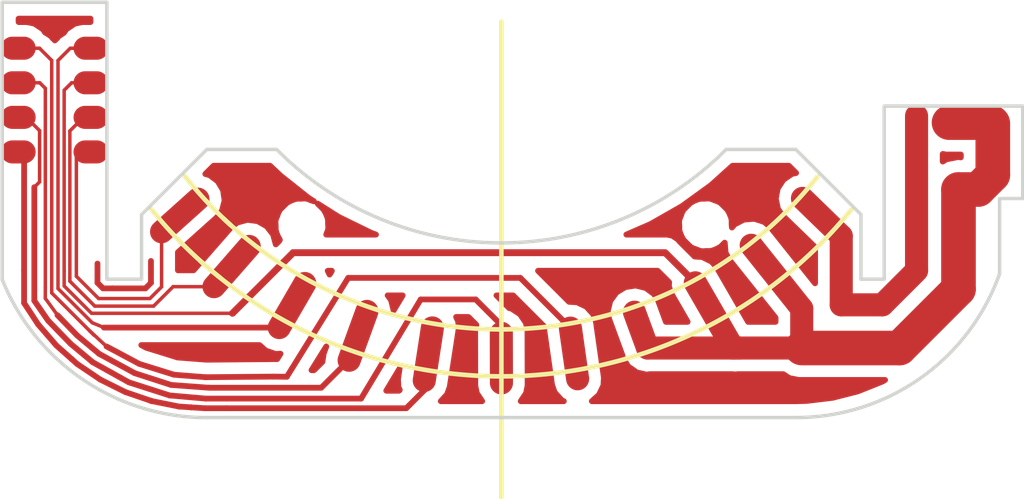
<source format=kicad_pcb>
(kicad_pcb (version 20171130) (host pcbnew "(5.0.0)")

  (general
    (thickness 1.6)
    (drawings 25)
    (tracks 147)
    (zones 0)
    (modules 2)
    (nets 1)
  )

  (page A4)
  (layers
    (0 F.Cu signal)
    (31 B.Cu signal hide)
    (32 B.Adhes user hide)
    (33 F.Adhes user)
    (34 B.Paste user)
    (35 F.Paste user)
    (36 B.SilkS user hide)
    (37 F.SilkS user)
    (38 B.Mask user)
    (39 F.Mask user)
    (40 Dwgs.User user)
    (41 Cmts.User user)
    (42 Eco1.User user)
    (43 Eco2.User user)
    (44 Edge.Cuts user)
    (45 Margin user)
    (46 B.CrtYd user)
    (47 F.CrtYd user)
    (48 B.Fab user)
    (49 F.Fab user)
  )

  (setup
    (last_trace_width 0.25)
    (trace_clearance 0.2)
    (zone_clearance 0.508)
    (zone_45_only no)
    (trace_min 0.2)
    (segment_width 0.2)
    (edge_width 0.15)
    (via_size 0.8)
    (via_drill 0.4)
    (via_min_size 0.4)
    (via_min_drill 0.3)
    (uvia_size 0.3)
    (uvia_drill 0.1)
    (uvias_allowed no)
    (uvia_min_size 0.2)
    (uvia_min_drill 0.1)
    (pcb_text_width 0.3)
    (pcb_text_size 1.5 1.5)
    (mod_edge_width 0.15)
    (mod_text_size 1 1)
    (mod_text_width 0.15)
    (pad_size 1 1)
    (pad_drill 1)
    (pad_to_mask_clearance 0.2)
    (aux_axis_origin 0 0)
    (visible_elements 7FFFFFFF)
    (pcbplotparams
      (layerselection 0x011aa_7fffffff)
      (usegerberextensions false)
      (usegerberattributes false)
      (usegerberadvancedattributes false)
      (creategerberjobfile false)
      (excludeedgelayer true)
      (linewidth 0.100000)
      (plotframeref false)
      (viasonmask false)
      (mode 1)
      (useauxorigin false)
      (hpglpennumber 1)
      (hpglpenspeed 20)
      (hpglpendiameter 15.000000)
      (psnegative false)
      (psa4output false)
      (plotreference true)
      (plotvalue true)
      (plotinvisibletext false)
      (padsonsilk false)
      (subtractmaskfromsilk false)
      (outputformat 1)
      (mirror false)
      (drillshape 0)
      (scaleselection 1)
      (outputdirectory ""))
  )

  (net 0 "")

  (net_class Default "This is the default net class."
    (clearance 0.2)
    (trace_width 0.25)
    (via_dia 0.8)
    (via_drill 0.4)
    (uvia_dia 0.3)
    (uvia_drill 0.1)
  )

  (module MountingHole:MountingHole_2.2mm_M2 (layer F.Cu) (tedit 5CEE0C5A) (tstamp 5CFB6647)
    (at 103.52 83.9597)
    (descr "Mounting Hole 2.2mm, no annular, M2")
    (tags "mounting hole 2.2mm no annular m2")
    (attr virtual)
    (fp_text reference REF** (at 0 -3.2) (layer F.SilkS) hide
      (effects (font (size 1 1) (thickness 0.15)))
    )
    (fp_text value MountingHole_2.2mm_M2 (at 0 3.2) (layer F.Fab)
      (effects (font (size 1 1) (thickness 0.15)))
    )
    (fp_circle (center 0 0) (end 2.45 0) (layer F.CrtYd) (width 0.05))
    (fp_circle (center 0 0) (end 2.2 0) (layer Cmts.User) (width 0.15))
    (fp_text user %R (at 0.3 0) (layer F.Fab)
      (effects (font (size 1 1) (thickness 0.15)))
    )
    (pad "" np_thru_hole circle (at 0 0) (size 1 1) (drill 1) (layers *.Cu *.Mask))
  )

  (module MountingHole:MountingHole_2.2mm_M2 (layer F.Cu) (tedit 5CEE0AE2) (tstamp 5CFB65BD)
    (at 121 83.9597)
    (descr "Mounting Hole 2.2mm, no annular, M2")
    (tags "mounting hole 2.2mm no annular m2")
    (attr virtual)
    (fp_text reference REF** (at 0 -3.2) (layer F.SilkS) hide
      (effects (font (size 1 1) (thickness 0.15)))
    )
    (fp_text value MountingHole_2.2mm_M2 (at 0 3.2) (layer F.Fab)
      (effects (font (size 1 1) (thickness 0.15)))
    )
    (fp_circle (center 0 0) (end 2.45 0) (layer F.CrtYd) (width 0.05))
    (fp_circle (center 0 0) (end 2.2 0) (layer Cmts.User) (width 0.15))
    (fp_text user %R (at 0.3 0) (layer F.Fab)
      (effects (font (size 1 1) (thickness 0.15)))
    )
    (pad "" np_thru_hole circle (at 0 0) (size 1 1) (drill 1) (layers *.Cu *.Mask))
  )

  (gr_line (start 112.16132 75.14336) (end 112.16132 95.76054) (layer F.SilkS) (width 0.2))
  (gr_arc (start 112.16132 71.02602) (end 100.12934 83.68538) (angle -95.13071219) (layer F.SilkS) (width 0.2))
  (gr_arc (start 112.16132 71.02602) (end 99.13366 85.53704) (angle -92.82796184) (layer F.SilkS) (width 0.2))
  (gr_arc (start 112.16132 71.02602) (end 96.99752 83.28152) (angle -12.41379183) (layer F.SilkS) (width 0.2))
  (gr_arc (start 112.16132 71.02602) (end 98.4504 81.84642) (angle -9.475943669) (layer F.SilkS) (width 0.2))
  (gr_arc (start 99.40544 82.76324) (end 99.40544 92.3163) (angle 68.07617332) (layer Edge.Cuts) (width 0.15))
  (gr_arc (start 124.91974 82.96128) (end 124.91974 92.31376) (angle -70.58987411) (layer Edge.Cuts) (width 0.15))
  (gr_line (start 124.9029 92.31428) (end 99.4029 92.31428) (layer Edge.Cuts) (width 0.15))
  (gr_line (start 133.73938 82.8167) (end 133.73938 86.0667) (layer Edge.Cuts) (width 0.15))
  (gr_line (start 134.73938 82.8167) (end 133.73938 82.8167) (layer Edge.Cuts) (width 0.15))
  (gr_line (start 134.73938 78.81366) (end 134.73938 82.81366) (layer Edge.Cuts) (width 0.15))
  (gr_line (start 128.7399 78.81112) (end 134.7399 78.81112) (layer Edge.Cuts) (width 0.15))
  (gr_line (start 128.7399 86.31428) (end 128.7399 78.81428) (layer Edge.Cuts) (width 0.15))
  (gr_line (start 127.73406 86.31428) (end 128.73406 86.31428) (layer Edge.Cuts) (width 0.15))
  (gr_line (start 127.73406 83.5152) (end 127.73406 86.3152) (layer Edge.Cuts) (width 0.15))
  (gr_line (start 96.577907 83.513173) (end 99.404198 80.686882) (layer Edge.Cuts) (width 0.15))
  (gr_line (start 124.90704 80.68818) (end 127.732792 83.513932) (layer Edge.Cuts) (width 0.15))
  (gr_arc (start 112.16132 71.02602) (end 102.42296 80.68564) (angle -90.44267412) (layer Edge.Cuts) (width 0.15))
  (gr_line (start 121.9029 80.68818) (end 124.9029 80.68818) (layer Edge.Cuts) (width 0.15))
  (gr_line (start 99.4029 80.68818) (end 102.4029 80.68818) (layer Edge.Cuts) (width 0.15))
  (gr_line (start 96.57842 86.31428) (end 96.57842 83.51428) (layer Edge.Cuts) (width 0.15))
  (gr_line (start 95.07842 86.31428) (end 96.57842 86.31428) (layer Edge.Cuts) (width 0.15))
  (gr_line (start 90.5437 86.31024) (end 90.5437 74.31024) (layer Edge.Cuts) (width 0.15))
  (gr_line (start 95.07458 74.31278) (end 95.07458 86.31278) (layer Edge.Cuts) (width 0.15))
  (gr_line (start 90.54388 74.31024) (end 95.06388 74.31024) (layer Edge.Cuts) (width 0.15))

  (segment (start 130.14452 85.94344) (end 128.66116 87.4268) (width 1) (layer F.Cu) (net 0))
  (segment (start 126.88062 87.4268) (end 126.88062 84.4423) (width 1) (layer F.Cu) (net 0))
  (segment (start 128.66116 87.4268) (end 126.88062 87.4268) (width 1) (layer F.Cu) (net 0))
  (segment (start 129.40792 89.29878) (end 131.95808 86.74862) (width 1.5) (layer F.Cu) (net 0))
  (segment (start 131.95808 86.74862) (end 131.95808 82.42554) (width 1.5) (layer F.Cu) (net 0))
  (segment (start 131.95808 82.42554) (end 131.95808 82.423) (width 0.25) (layer F.Cu) (net 0))
  (segment (start 131.95808 82.42554) (end 132.81152 82.42554) (width 1.5) (layer F.Cu) (net 0))
  (segment (start 132.81152 82.42554) (end 133.44398 81.79308) (width 1.5) (layer F.Cu) (net 0))
  (segment (start 125.16866 89.29878) (end 125.16866 87.58936) (width 1) (layer F.Cu) (net 0) (tstamp 5CEDFF42))
  (segment (start 125.16866 87.58936) (end 122.98172 84.84362) (width 1) (layer F.Cu) (net 0) (tstamp 5CEE029A))
  (segment (start 125.16866 89.29878) (end 122.19178 89.29878) (width 1) (layer F.Cu) (net 0) (tstamp 5CEDFF46))
  (segment (start 122.19178 89.29878) (end 122.190084 89.29878) (width 1) (layer F.Cu) (net 0) (tstamp 5CEE0295))
  (segment (start 122.190084 89.29878) (end 122.47372 89.29878) (width 1) (layer F.Cu) (net 0) (tstamp 5CEDFF6A))
  (segment (start 133.44398 81.79308) (end 133.44398 79.55788) (width 1.5) (layer F.Cu) (net 0))
  (segment (start 133.41858 79.5274) (end 131.54914 79.5274) (width 1.5) (layer F.Cu) (net 0))
  (segment (start 130.14198 85.87994) (end 130.14198 79.2353) (width 1) (layer F.Cu) (net 0))
  (segment (start 129.40792 89.29878) (end 125.16866 89.29878) (width 1.5) (layer F.Cu) (net 0))
  (segment (start 126.88062 84.4423) (end 125.20168 82.81162) (width 1) (layer F.Cu) (net 0) (tstamp 5CEE029D))
  (segment (start 122.19178 89.29878) (end 120.5611 86.47176) (width 1) (layer F.Cu) (net 0) (tstamp 5CEE02C2))
  (segment (start 122.19178 89.29878) (end 118.49354 89.29878) (width 1) (layer F.Cu) (net 0))
  (segment (start 118.49354 89.29878) (end 117.92458 87.7443) (width 1) (layer F.Cu) (net 0) (tstamp 5CEE02D7))
  (segment (start 101.23932 84.89442) (end 99.71532 86.6394) (width 1) (layer F.Cu) (net 0) (tstamp 5CEE034C))
  (segment (start 103.64724 86.50224) (end 102.5398 88.41232) (width 1) (layer F.Cu) (net 0) (tstamp 5CEE0352))
  (segment (start 102.5398 88.41232) (end 102.53218 88.41232) (width 0.25) (layer F.Cu) (net 0))
  (segment (start 94.44228 88.20404) (end 92.96146 86.72322) (width 0.15) (layer F.Cu) (net 0))
  (segment (start 106.3371 87.71128) (end 105.56748 89.82964) (width 1) (layer F.Cu) (net 0) (tstamp 5CEE0355))
  (segment (start 92.9386 87.87638) (end 92.40774 87.14486) (width 0.15) (layer F.Cu) (net 0) (tstamp 5CEE05FE))
  (segment (start 93.79458 88.7603) (end 92.9386 87.87638) (width 0.25) (layer F.Cu) (net 0) (tstamp 5CEE05FD))
  (segment (start 94.74454 89.55278) (end 93.79458 88.7603) (width 0.25) (layer F.Cu) (net 0) (tstamp 5CEE05FC))
  (segment (start 96.28632 90.39098) (end 94.74454 89.55278) (width 0.25) (layer F.Cu) (net 0) (tstamp 5CEE05FA))
  (segment (start 97.85604 90.89898) (end 96.28632 90.39098) (width 0.25) (layer F.Cu) (net 0) (tstamp 5CEE05F8))
  (segment (start 99.50196 91.0209) (end 97.85604 90.89898) (width 0.25) (layer F.Cu) (net 0) (tstamp 5CEE05F7))
  (segment (start 105.56748 89.82964) (end 105.5497 89.82964) (width 0.25) (layer F.Cu) (net 0))
  (segment (start 105.5497 89.82964) (end 104.35844 91.0209) (width 0.25) (layer F.Cu) (net 0))
  (segment (start 104.35844 91.0209) (end 99.50196 91.0209) (width 0.25) (layer F.Cu) (net 0))
  (segment (start 92.41028 78.0415) (end 92.41028 86.68004) (width 0.15) (layer F.Cu) (net 0))
  (segment (start 92.40774 87.14486) (end 92.41028 86.68004) (width 0.15) (layer F.Cu) (net 0) (tstamp 5CEE0604))
  (segment (start 91.4908 77.8002) (end 90.9828 77.8002) (width 1) (layer F.Cu) (net 0) (tstamp 5CEE03F4))
  (segment (start 92.16898 77.8002) (end 92.41028 78.0415) (width 0.15) (layer F.Cu) (net 0))
  (segment (start 91.4908 77.8002) (end 92.16898 77.8002) (width 0.15) (layer F.Cu) (net 0))
  (segment (start 112.16386 90.81262) (end 112.15878 88.6587) (width 1) (layer F.Cu) (net 0) (tstamp 5CEE037C))
  (segment (start 115.46332 90.63228) (end 115.1509 88.43518) (width 1) (layer F.Cu) (net 0) (tstamp 5CEE037F))
  (segment (start 95.06204 89.2302) (end 94.3356 88.55964) (width 0.15) (layer F.Cu) (net 0) (tstamp 5CEE0678))
  (segment (start 96.47428 89.98458) (end 95.06204 89.2302) (width 0.25) (layer F.Cu) (net 0) (tstamp 5CEE0676))
  (segment (start 97.98558 90.45702) (end 96.47428 89.98458) (width 0.25) (layer F.Cu) (net 0) (tstamp 5CEE0674))
  (segment (start 99.35464 90.5637) (end 97.98558 90.45702) (width 0.25) (layer F.Cu) (net 0) (tstamp 5CEE0672))
  (segment (start 102.30358 90.5383) (end 99.35464 90.5637) (width 0.25) (layer F.Cu) (net 0) (tstamp 5CEE0671))
  (segment (start 105.52684 86.2584) (end 103.0859 90.1954) (width 0.25) (layer F.Cu) (net 0) (tstamp 5CEE064E))
  (segment (start 112.98174 86.2584) (end 105.52684 86.2584) (width 0.25) (layer F.Cu) (net 0))
  (segment (start 115.1509 88.42756) (end 112.98174 86.2584) (width 0.25) (layer F.Cu) (net 0))
  (segment (start 115.1509 88.43518) (end 115.1509 88.42756) (width 0.25) (layer F.Cu) (net 0))
  (segment (start 103.0859 90.1954) (end 102.86746 90.54592) (width 0.25) (layer F.Cu) (net 0) (tstamp 5CEE065D))
  (segment (start 102.86746 90.54592) (end 102.30358 90.5383) (width 0.25) (layer F.Cu) (net 0) (tstamp 5CEE065E))
  (segment (start 109.17174 88.42756) (end 108.82122 90.70594) (width 1) (layer F.Cu) (net 0) (tstamp 5CEE0390))
  (segment (start 99.01936 82.84464) (end 97.44456 84.25942) (width 1) (layer F.Cu) (net 0) (tstamp 5CEE039E))
  (segment (start 96.98482 86.473579) (end 96.744109 86.71429) (width 0.25) (layer F.Cu) (net 0))
  (segment (start 96.98482 85.52434) (end 96.98482 86.473579) (width 0.25) (layer F.Cu) (net 0))
  (segment (start 96.744109 86.71429) (end 95.32112 86.71429) (width 0.25) (layer F.Cu) (net 0))
  (segment (start 94.910391 86.71429) (end 94.66834 86.472239) (width 0.25) (layer F.Cu) (net 0))
  (segment (start 95.32112 86.71429) (end 94.910391 86.71429) (width 0.25) (layer F.Cu) (net 0))
  (segment (start 94.66834 86.472239) (end 94.66834 85.63864) (width 0.25) (layer F.Cu) (net 0))
  (segment (start 97.44456 84.25942) (end 97.44456 86.64702) (width 0.15) (layer F.Cu) (net 0))
  (segment (start 97.44456 86.64702) (end 96.93656 87.15502) (width 0.15) (layer F.Cu) (net 0))
  (segment (start 96.93656 87.15502) (end 94.71914 87.15502) (width 0.15) (layer F.Cu) (net 0))
  (segment (start 94.6404 76.3016) (end 94.1324 76.3016) (width 1) (layer F.Cu) (net 0))
  (segment (start 94.6404 77.8002) (end 94.1324 77.8002) (width 1) (layer F.Cu) (net 0) (tstamp 5CEE03C4))
  (segment (start 94.6404 79.2988) (end 94.1324 79.2988) (width 1) (layer F.Cu) (net 0) (tstamp 5CEE03C6))
  (segment (start 94.6404 80.7974) (end 94.1324 80.7974) (width 1) (layer F.Cu) (net 0) (tstamp 5CEE03C8))
  (segment (start 91.4908 76.3016) (end 90.9828 76.3016) (width 1) (layer F.Cu) (net 0) (tstamp 5CEE03F2))
  (segment (start 91.4908 80.7974) (end 90.9828 80.7974) (width 1) (layer F.Cu) (net 0) (tstamp 5CEE03F3))
  (segment (start 91.4908 79.2988) (end 90.9828 79.2988) (width 1) (layer F.Cu) (net 0) (tstamp 5CEE03F5))
  (segment (start 94.1324 80.7974) (end 93.75394 80.7974) (width 0.25) (layer F.Cu) (net 0))
  (segment (start 93.75394 86.18982) (end 94.71914 87.15502) (width 0.15) (layer F.Cu) (net 0))
  (segment (start 93.75394 80.7974) (end 93.75394 86.18982) (width 0.15) (layer F.Cu) (net 0))
  (segment (start 94.1324 79.2988) (end 93.9546 79.2988) (width 0.25) (layer F.Cu) (net 0))
  (segment (start 93.22562 78.12278) (end 93.22562 85.95614) (width 0.15) (layer F.Cu) (net 0))
  (segment (start 91.4908 80.7974) (end 91.4908 85.93074) (width 0.25) (layer F.Cu) (net 0))
  (segment (start 91.4908 79.2988) (end 91.4908 79.64424) (width 0.25) (layer F.Cu) (net 0))
  (segment (start 94.1324 79.2988) (end 94.12732 79.2988) (width 0.25) (layer F.Cu) (net 0))
  (segment (start 94.1324 79.2988) (end 94.0562 79.2988) (width 0.25) (layer F.Cu) (net 0))
  (segment (start 93.5482 77.8002) (end 93.22562 78.12278) (width 0.15) (layer F.Cu) (net 0))
  (segment (start 94.1324 77.8002) (end 93.5482 77.8002) (width 0.15) (layer F.Cu) (net 0))
  (segment (start 91.4908 76.3016) (end 92.15628 76.3016) (width 0.15) (layer F.Cu) (net 0))
  (segment (start 93.48978 76.3016) (end 92.95892 76.83246) (width 0.15) (layer F.Cu) (net 0))
  (segment (start 94.1324 76.3016) (end 93.48978 76.3016) (width 0.15) (layer F.Cu) (net 0))
  (segment (start 92.15628 76.3016) (end 92.68714 76.83246) (width 0.15) (layer F.Cu) (net 0))
  (segment (start 91.58478 79.2988) (end 92.16136 79.87538) (width 0.15) (layer F.Cu) (net 0))
  (segment (start 91.4908 79.2988) (end 91.58478 79.2988) (width 0.25) (layer F.Cu) (net 0))
  (segment (start 94.06128 79.2988) (end 93.472 79.88808) (width 0.15) (layer F.Cu) (net 0))
  (segment (start 94.1324 79.2988) (end 94.06128 79.2988) (width 0.25) (layer F.Cu) (net 0))
  (segment (start 119.29364 85.2043) (end 120.5611 86.47176) (width 0.3) (layer F.Cu) (net 0))
  (segment (start 119.25554 85.1662) (end 119.29364 85.2043) (width 0.25) (layer F.Cu) (net 0))
  (segment (start 103.14178 85.1662) (end 119.25554 85.1662) (width 0.3) (layer F.Cu) (net 0))
  (segment (start 94.43974 87.79256) (end 100.38588 87.79256) (width 0.15) (layer F.Cu) (net 0))
  (segment (start 93.472 79.88808) (end 93.472 86.25586) (width 0.15) (layer F.Cu) (net 0))
  (segment (start 99.71532 86.6394) (end 97.9424 86.6394) (width 0.15) (layer F.Cu) (net 0))
  (segment (start 97.9424 86.6394) (end 97.09912 87.48268) (width 0.15) (layer F.Cu) (net 0))
  (segment (start 94.55404 87.48268) (end 93.472 86.40064) (width 0.15) (layer F.Cu) (net 0))
  (segment (start 97.09912 87.48268) (end 94.55404 87.48268) (width 0.15) (layer F.Cu) (net 0))
  (segment (start 93.472 86.25586) (end 93.472 86.40064) (width 0.15) (layer F.Cu) (net 0))
  (segment (start 100.51542 87.79256) (end 103.14178 85.1662) (width 0.3) (layer F.Cu) (net 0))
  (segment (start 100.38588 87.79256) (end 100.51542 87.79256) (width 0.15) (layer F.Cu) (net 0))
  (segment (start 94.40926 87.79256) (end 93.22562 86.60892) (width 0.15) (layer F.Cu) (net 0))
  (segment (start 93.22562 85.95614) (end 93.22562 86.60892) (width 0.15) (layer F.Cu) (net 0))
  (segment (start 108.82122 90.70594) (end 108.82122 91.13012) (width 0.25) (layer F.Cu) (net 0))
  (segment (start 108.82122 91.13012) (end 108.17352 91.77782) (width 0.25) (layer F.Cu) (net 0))
  (segment (start 108.17352 91.77782) (end 108.04144 91.9099) (width 0.25) (layer F.Cu) (net 0))
  (segment (start 108.04144 91.9099) (end 100.24872 91.9099) (width 0.25) (layer F.Cu) (net 0))
  (segment (start 99.321977 91.9099) (end 98.724432 91.8704) (width 0.25) (layer F.Cu) (net 0))
  (segment (start 100.24872 91.9099) (end 99.321977 91.9099) (width 0.25) (layer F.Cu) (net 0))
  (segment (start 97.016931 91.598249) (end 96.938349 91.571329) (width 0.25) (layer F.Cu) (net 0))
  (segment (start 98.200712 91.83578) (end 97.016931 91.598249) (width 0.25) (layer F.Cu) (net 0))
  (segment (start 98.724432 91.8704) (end 98.724428 91.8704) (width 0.25) (layer F.Cu) (net 0))
  (segment (start 98.724428 91.8704) (end 98.200712 91.83578) (width 0.25) (layer F.Cu) (net 0))
  (segment (start 94.79397 90.668726) (end 93.793468 89.992911) (width 0.25) (layer F.Cu) (net 0))
  (segment (start 95.874737 91.206964) (end 94.79397 90.668726) (width 0.25) (layer F.Cu) (net 0))
  (segment (start 97.01693 91.598249) (end 95.874737 91.206964) (width 0.25) (layer F.Cu) (net 0))
  (segment (start 93.793468 89.992911) (end 93.564019 89.78918) (width 0.25) (layer F.Cu) (net 0))
  (segment (start 97.016931 91.598249) (end 97.01693 91.598249) (width 0.25) (layer F.Cu) (net 0))
  (segment (start 93.564019 89.789181) (end 93.564019 89.78918) (width 0.25) (layer F.Cu) (net 0))
  (segment (start 92.890634 89.191277) (end 92.101173 88.277769) (width 0.25) (layer F.Cu) (net 0))
  (segment (start 92.101172 88.277769) (end 92.101173 88.277769) (width 0.25) (layer F.Cu) (net 0))
  (segment (start 93.564019 89.78918) (end 92.890634 89.191277) (width 0.25) (layer F.Cu) (net 0))
  (segment (start 91.4908 87.347499) (end 92.089377 88.259792) (width 0.25) (layer F.Cu) (net 0))
  (segment (start 91.4908 85.93074) (end 91.4908 87.347499) (width 0.25) (layer F.Cu) (net 0))
  (segment (start 92.95892 76.83246) (end 92.95892 86.72322) (width 0.15) (layer F.Cu) (net 0))
  (segment (start 92.68714 86.84006) (end 92.68714 86.91118) (width 0.15) (layer F.Cu) (net 0))
  (segment (start 92.68714 76.83246) (end 92.68714 86.84006) (width 0.15) (layer F.Cu) (net 0))
  (segment (start 92.68714 86.91118) (end 94.3356 88.55964) (width 0.15) (layer F.Cu) (net 0))
  (segment (start 94.3356 88.55964) (end 94.52102 88.74506) (width 0.15) (layer F.Cu) (net 0) (tstamp 5CEE067B))
  (segment (start 93.5101 89.11844) (end 92.5322 88.1126) (width 0.25) (layer F.Cu) (net 0))
  (segment (start 94.46514 89.916) (end 93.5101 89.11844) (width 0.25) (layer F.Cu) (net 0))
  (segment (start 96.02978 90.78722) (end 94.46514 89.916) (width 0.25) (layer F.Cu) (net 0))
  (segment (start 106.08564 91.4908) (end 99.35718 91.4908) (width 0.25) (layer F.Cu) (net 0))
  (segment (start 99.35718 91.4908) (end 97.79 91.35364) (width 0.25) (layer F.Cu) (net 0))
  (segment (start 112.15878 88.6587) (end 112.15878 88.3031) (width 0.25) (layer F.Cu) (net 0))
  (segment (start 97.79 91.35364) (end 96.02978 90.78722) (width 0.25) (layer F.Cu) (net 0))
  (segment (start 112.15878 88.3031) (end 111.0488 87.19312) (width 0.25) (layer F.Cu) (net 0))
  (segment (start 111.0488 87.19312) (end 108.66628 87.19312) (width 0.25) (layer F.Cu) (net 0))
  (segment (start 91.93276 87.24646) (end 91.93276 82.32648) (width 0.25) (layer F.Cu) (net 0))
  (segment (start 92.16136 79.87538) (end 92.16136 82.09788) (width 0.15) (layer F.Cu) (net 0))
  (segment (start 108.66628 87.19312) (end 106.08564 91.4908) (width 0.25) (layer F.Cu) (net 0))
  (segment (start 92.5322 88.1126) (end 91.93276 87.24646) (width 0.25) (layer F.Cu) (net 0))
  (segment (start 91.93276 82.32648) (end 92.16136 82.09788) (width 0.15) (layer F.Cu) (net 0))
  (segment (start 102.5398 88.41232) (end 102.5271 88.41232) (width 0.25) (layer F.Cu) (net 0))
  (segment (start 102.5398 88.41232) (end 94.94617 88.41232) (width 0.25) (layer F.Cu) (net 0))
  (segment (start 94.94012 88.40627) (end 94.44228 88.20404) (width 0.15) (layer F.Cu) (net 0))

  (zone (net 0) (net_name "") (layer F.Cu) (tstamp 5CEDCB0F) (hatch edge 0.508)
    (connect_pads (clearance 0.508))
    (min_thickness 0.254)
    (keepout (tracks allowed) (vias not_allowed) (copperpour allowed))
    (fill (arc_segments 16) (thermal_gap 0.508) (thermal_bridge_width 0.508))
    (polygon
      (pts
        (xy 108.400154 90.144384) (xy 108.699874 88.122301) (xy 109.70572 88.306798) (xy 109.406 90.328396)
      )
    )
  )
  (zone (net 0) (net_name "") (layer F.Cu) (tstamp 5CEDCB12) (hatch edge 0.508)
    (connect_pads (clearance 0.508))
    (min_thickness 0.254)
    (keepout (tracks allowed) (vias not_allowed) (copperpour allowed))
    (fill (arc_segments 16) (thermal_gap 0.508) (thermal_bridge_width 0.508))
    (polygon
      (pts
        (xy 105.26225 89.249045) (xy 105.94297 87.341505) (xy 106.864986 87.684831) (xy 106.184266 89.591886)
      )
    )
  )
  (zone (net 0) (net_name "") (layer F.Cu) (tstamp 5CEDD69C) (hatch edge 0.508)
    (connect_pads (clearance 0.508))
    (min_thickness 0.254)
    (keepout (tracks allowed) (vias not_allowed) (copperpour allowed))
    (fill (arc_segments 16) (thermal_gap 0.508) (thermal_bridge_width 0.508))
    (polygon
      (pts
        (xy 102.338221 87.84083) (xy 103.379621 86.090929) (xy 104.19588 86.54288) (xy 103.15448 88.292296)
      )
    )
  )
  (zone (net 0) (net_name "") (layer F.Cu) (tstamp 5CEDCB19) (hatch edge 0.508)
    (connect_pads (clearance 0.508))
    (min_thickness 0.254)
    (keepout (tracks allowed) (vias not_allowed) (copperpour allowed))
    (fill (arc_segments 16) (thermal_gap 0.508) (thermal_bridge_width 0.508))
    (polygon
      (pts
        (xy 99.642266 85.976381) (xy 100.973226 84.429036) (xy 101.745117 85.060253) (xy 100.414157 86.607113)
      )
    )
  )
  (zone (net 0) (net_name "") (layer F.Cu) (tstamp 5CEDCB1D) (hatch edge 0.508)
    (connect_pads (clearance 0.508))
    (min_thickness 0.254)
    (keepout (tracks allowed) (vias not_allowed) (copperpour allowed))
    (fill (arc_segments 16) (thermal_gap 0.508) (thermal_bridge_width 0.508))
    (polygon
      (pts
        (xy 97.3582 83.66506) (xy 98.831462 82.318355) (xy 99.488187 83.073755) (xy 98.014925 84.419975)
      )
    )
  )
  (zone (net 0) (net_name "") (layer F.Cu) (tstamp 5CEDCC8F) (hatch edge 0.508)
    (connect_pads (clearance 0.508))
    (min_thickness 0.254)
    (keepout (tracks allowed) (vias not_allowed) (copperpour allowed))
    (fill (arc_segments 16) (thermal_gap 0.508) (thermal_bridge_width 0.508))
    (polygon
      (pts
        (xy 114.904784 90.333759) (xy 114.612684 88.321837) (xy 115.598204 88.144279) (xy 115.890304 90.155716)
      )
    )
  )
  (zone (net 0) (net_name "") (layer F.Cu) (tstamp 5CEDCC9A) (hatch edge 0.508)
    (connect_pads (clearance 0.508))
    (min_thickness 0.254)
    (keepout (tracks allowed) (vias not_allowed) (copperpour allowed))
    (fill (arc_segments 16) (thermal_gap 0.508) (thermal_bridge_width 0.508))
    (polygon
      (pts
        (xy 121.061746 88.386586) (xy 120.062868 86.621344) (xy 120.93499 86.116841) (xy 121.933868 87.881598)
      )
    )
  )
  (zone (net 0) (net_name "") (layer F.Cu) (tstamp 5CEDCCB7) (hatch edge 0.508)
    (connect_pads (clearance 0.508))
    (min_thickness 0.254)
    (keepout (tracks allowed) (vias not_allowed) (copperpour allowed))
    (fill (arc_segments 16) (thermal_gap 0.508) (thermal_bridge_width 0.508))
    (polygon
      (pts
        (xy 123.828314 86.656062) (xy 122.543074 85.045217) (xy 123.31803 84.42818) (xy 124.60327 86.03854)
      )
    )
  )
  (zone (net 0) (net_name "") (layer F.Cu) (tstamp 5CEDDC40) (hatch edge 0.508)
    (connect_pads (clearance 0.508))
    (min_thickness 0.254)
    (keepout (tracks allowed) (vias not_allowed) (copperpour allowed))
    (fill (arc_segments 16) (thermal_gap 0.508) (thermal_bridge_width 0.508))
    (polygon
      (pts
        (xy 126.266032 84.50702) (xy 124.787752 83.096835) (xy 125.445911 82.358353) (xy 126.924191 83.768053)
      )
    )
  )
  (zone (net 0) (net_name "") (layer F.Cu) (tstamp 0) (hatch edge 0.508)
    (connect_pads (clearance 0.508))
    (min_thickness 0.254)
    (keepout (tracks allowed) (vias not_allowed) (copperpour allowed))
    (fill (arc_segments 16) (thermal_gap 0.508) (thermal_bridge_width 0.508))
    (polygon
      (pts
        (xy 90.545597 75.8) (xy 91.545597 75.8) (xy 91.545597 76.8) (xy 90.545597 76.8)
      )
    )
  )
  (zone (net 0) (net_name "") (layer F.Cu) (tstamp 5CEDE0B0) (hatch edge 0.508)
    (connect_pads (clearance 0.508))
    (min_thickness 0.254)
    (keepout (tracks allowed) (vias not_allowed) (copperpour allowed))
    (fill (arc_segments 16) (thermal_gap 0.508) (thermal_bridge_width 0.508))
    (polygon
      (pts
        (xy 90.545597 77.3) (xy 91.545597 77.3) (xy 91.545597 78.3) (xy 90.545597 78.3)
      )
    )
  )
  (zone (net 0) (net_name "") (layer F.Cu) (tstamp 5CEDE0D6) (hatch edge 0.508)
    (connect_pads (clearance 0.508))
    (min_thickness 0.254)
    (keepout (tracks allowed) (vias not_allowed) (copperpour allowed))
    (fill (arc_segments 16) (thermal_gap 0.508) (thermal_bridge_width 0.508))
    (polygon
      (pts
        (xy 90.545597 80.3) (xy 91.545597 80.3) (xy 91.545597 81.3) (xy 90.545597 81.3)
      )
    )
  )
  (zone (net 0) (net_name "") (layer F.Cu) (tstamp 5CEDE0D7) (hatch edge 0.508)
    (connect_pads (clearance 0.508))
    (min_thickness 0.254)
    (keepout (tracks allowed) (vias not_allowed) (copperpour allowed))
    (fill (arc_segments 16) (thermal_gap 0.508) (thermal_bridge_width 0.508))
    (polygon
      (pts
        (xy 90.545597 78.8) (xy 91.545597 78.8) (xy 91.545597 79.8) (xy 90.545597 79.8)
      )
    )
  )
  (zone (net 0) (net_name "") (layer F.Cu) (tstamp 5CEDE11D) (hatch edge 0.508)
    (connect_pads (clearance 0.508))
    (min_thickness 0.254)
    (keepout (tracks allowed) (vias not_allowed) (copperpour allowed))
    (fill (arc_segments 16) (thermal_gap 0.508) (thermal_bridge_width 0.508))
    (polygon
      (pts
        (xy 94.045597 78.8) (xy 95.045597 78.8) (xy 95.045597 79.8) (xy 94.045597 79.8)
      )
    )
  )
  (zone (net 0) (net_name "") (layer F.Cu) (tstamp 5CEDE11E) (hatch edge 0.508)
    (connect_pads (clearance 0.508))
    (min_thickness 0.254)
    (keepout (tracks allowed) (vias not_allowed) (copperpour allowed))
    (fill (arc_segments 16) (thermal_gap 0.508) (thermal_bridge_width 0.508))
    (polygon
      (pts
        (xy 94.045597 80.3) (xy 95.045597 80.3) (xy 95.045597 81.3) (xy 94.045597 81.3)
      )
    )
  )
  (zone (net 0) (net_name "") (layer F.Cu) (tstamp 5CEDE11F) (hatch edge 0.508)
    (connect_pads (clearance 0.508))
    (min_thickness 0.254)
    (keepout (tracks allowed) (vias not_allowed) (copperpour allowed))
    (fill (arc_segments 16) (thermal_gap 0.508) (thermal_bridge_width 0.508))
    (polygon
      (pts
        (xy 94.045597 77.3) (xy 95.045597 77.3) (xy 95.045597 78.3) (xy 94.045597 78.3)
      )
    )
  )
  (zone (net 0) (net_name "") (layer F.Cu) (tstamp 5CEDE120) (hatch edge 0.508)
    (connect_pads (clearance 0.508))
    (min_thickness 0.254)
    (keepout (tracks allowed) (vias not_allowed) (copperpour allowed))
    (fill (arc_segments 16) (thermal_gap 0.508) (thermal_bridge_width 0.508))
    (polygon
      (pts
        (xy 94.045597 75.8) (xy 95.045597 75.8) (xy 95.045597 76.8) (xy 94.045597 76.8)
      )
    )
  )
  (zone (net 0) (net_name "") (layer F.Cu) (tstamp 5CEDE194) (hatch edge 0.508)
    (connect_pads (clearance 0.508))
    (min_thickness 0.254)
    (keepout (tracks allowed) (vias not_allowed) (copperpour allowed))
    (fill (arc_segments 16) (thermal_gap 0.508) (thermal_bridge_width 0.508))
    (polygon
      (pts
        (xy 133.644053 78.77928) (xy 133.644053 79.77928) (xy 132.644053 79.77928) (xy 132.644053 78.77928)
      )
    )
  )
  (zone (net 0) (net_name "") (layer F.Cu) (tstamp 5CEDE195) (hatch edge 0.508)
    (connect_pads (clearance 0.508))
    (min_thickness 0.254)
    (keepout (tracks allowed) (vias not_allowed) (copperpour allowed))
    (fill (arc_segments 16) (thermal_gap 0.508) (thermal_bridge_width 0.508))
    (polygon
      (pts
        (xy 130.644053 78.77928) (xy 130.644053 79.77928) (xy 129.644053 79.77928) (xy 129.644053 78.77928)
      )
    )
  )
  (zone (net 0) (net_name "") (layer F.Cu) (tstamp 5CEDE196) (hatch edge 0.508)
    (connect_pads (clearance 0.508))
    (min_thickness 0.254)
    (keepout (tracks allowed) (vias not_allowed) (copperpour allowed))
    (fill (arc_segments 16) (thermal_gap 0.508) (thermal_bridge_width 0.508))
    (polygon
      (pts
        (xy 132.144053 78.77928) (xy 132.144053 79.77928) (xy 131.144053 79.77928) (xy 131.144053 78.77928)
      )
    )
  )
  (zone (net 0) (net_name "") (layer F.Cu) (tstamp 5CFB69E2) (hatch edge 0.508)
    (connect_pads (clearance 0.508))
    (min_thickness 0.254)
    (fill yes (arc_segments 16) (thermal_gap 0.508) (thermal_bridge_width 0.508))
    (polygon
      (pts
        (xy 95.13062 74.2188) (xy 95.15856 86.23808) (xy 96.49714 86.23808) (xy 96.49206 83.49996) (xy 99.4029 80.59928)
        (xy 102.45852 80.58912) (xy 104.4575 82.3849) (xy 107.0356 83.7438) (xy 109.03458 84.3534) (xy 111.29518 84.72424)
        (xy 114.00282 84.57692) (xy 116.70792 83.96986) (xy 118.71198 83.02498) (xy 120.6627 81.82356) (xy 121.87174 80.59928)
        (xy 124.93244 80.60436) (xy 127.82042 83.45424) (xy 127.82042 86.2584) (xy 128.66116 86.24824) (xy 128.69164 78.74254)
        (xy 134.81304 78.7273) (xy 134.7978 82.89544) (xy 133.81228 82.90306) (xy 133.82498 86.0933) (xy 133.03504 87.82558)
        (xy 131.5212 89.7128) (xy 129.31648 91.33078) (xy 127.47752 92.06484) (xy 125.38964 92.39504) (xy 98.60026 92.39758)
        (xy 96.1009 91.90482) (xy 92.9894 90.09634) (xy 91.63558 88.57234) (xy 90.69832 86.97722) (xy 90.44686 86.30412)
        (xy 90.47226 74.21118)
      )
    )
    (filled_polygon
      (pts
        (xy 119.425325 86.446142) (xy 119.413705 86.622352) (xy 119.522083 86.942039) (xy 120.226806 88.16378) (xy 119.286751 88.16378)
        (xy 118.952008 87.249213) (xy 118.776372 86.960947) (xy 118.411757 86.694609) (xy 117.972973 86.588077) (xy 117.526823 86.657571)
        (xy 117.141227 86.892508) (xy 116.874889 87.257123) (xy 116.768357 87.695907) (xy 116.82031 88.029442) (xy 117.397491 89.606385)
        (xy 117.424394 89.741635) (xy 117.536644 89.909629) (xy 117.641748 90.082133) (xy 117.661594 90.09663) (xy 117.675251 90.117069)
        (xy 117.843235 90.229312) (xy 118.006362 90.348471) (xy 118.030248 90.35427) (xy 118.050685 90.367926) (xy 118.248823 90.407338)
        (xy 118.445146 90.455003) (xy 118.581399 90.43378) (xy 122.154423 90.43378) (xy 122.342372 90.446174) (xy 122.378931 90.43378)
        (xy 124.374374 90.43378) (xy 124.62826 90.603421) (xy 125.032253 90.68378) (xy 128.778055 90.68378) (xy 128.651995 90.754637)
        (xy 127.60283 91.17512) (xy 126.507756 91.455062) (xy 125.3719 91.591306) (xy 124.900597 91.604018) (xy 124.89777 91.60428)
        (xy 116.079251 91.60428) (xy 116.388658 91.32722) (xy 116.584163 90.920209) (xy 116.602753 90.583163) (xy 116.258859 88.164725)
        (xy 116.147052 87.846221) (xy 115.84584 87.509842) (xy 115.438829 87.314337) (xy 115.093429 87.295287) (xy 113.749341 85.9512)
        (xy 118.930383 85.9512)
      )
    )
    (filled_polygon
      (pts
        (xy 114.017811 88.369274) (xy 114.011467 88.484295) (xy 114.355361 90.902735) (xy 114.467168 91.221238) (xy 114.76838 91.557618)
        (xy 114.865523 91.60428) (xy 113.000493 91.60428) (xy 113.234047 91.252952) (xy 113.29912 90.921725) (xy 113.293513 88.544241)
        (xy 113.226878 88.213325) (xy 112.975136 87.838484) (xy 112.599112 87.588513) (xy 112.499407 87.568925) (xy 111.948881 87.0184)
        (xy 112.666939 87.0184)
      )
    )
    (filled_polygon
      (pts
        (xy 111.073922 88.293044) (xy 111.02352 88.549595) (xy 111.029127 90.927079) (xy 111.095762 91.257995) (xy 111.328326 91.60428)
        (xy 109.537505 91.60428) (xy 109.810594 91.306216) (xy 109.926024 90.989008) (xy 110.310539 88.489663) (xy 110.295792 88.152427)
        (xy 110.202838 87.95312) (xy 110.733999 87.95312)
      )
    )
    (filled_polygon
      (pts
        (xy 107.682421 90.643839) (xy 107.697168 90.981074) (xy 107.760237 91.116302) (xy 107.726639 91.1499) (xy 107.17683 91.1499)
        (xy 107.751904 90.192198)
      )
    )
    (filled_polygon
      (pts
        (xy 104.462532 89.547134) (xy 104.411376 89.880792) (xy 104.413813 89.890726) (xy 104.043639 90.2609) (xy 103.939509 90.2609)
        (xy 104.576451 89.233575)
      )
    )
    (filled_polygon
      (pts
        (xy 101.959354 89.413456) (xy 102.386657 89.559377) (xy 102.594213 89.546153) (xy 102.449106 89.780197) (xy 102.380211 89.779266)
        (xy 102.371882 89.777684) (xy 102.305462 89.778256) (xy 102.239005 89.777358) (xy 102.230664 89.7789) (xy 99.380936 89.803445)
        (xy 98.130305 89.705994) (xy 96.769294 89.280535) (xy 96.56671 89.17232) (xy 101.685401 89.17232)
      )
    )
    (filled_polygon
      (pts
        (xy 124.924923 81.710153) (xy 124.743285 81.749045) (xy 124.371548 82.00535) (xy 124.126191 82.384401) (xy 124.044568 82.828492)
        (xy 124.139105 83.270015) (xy 124.330715 83.54792) (xy 125.745621 84.922157) (xy 125.74562 86.491964) (xy 123.799883 84.049059)
        (xy 123.542108 83.83112) (xy 123.111984 83.69374) (xy 122.662029 83.731419) (xy 122.260743 83.938422) (xy 122.14595 84.074198)
        (xy 122.135 83.919568) (xy 122.135 83.733934) (xy 122.119144 83.695653) (xy 122.116217 83.654325) (xy 122.005217 83.386348)
        (xy 121.989932 83.383709) (xy 121.962207 83.316774) (xy 121.642926 82.997493) (xy 121.575991 82.969768) (xy 121.573352 82.954483)
        (xy 121.397275 82.895741) (xy 121.225766 82.8247) (xy 121.184331 82.8247) (xy 121.145028 82.811588) (xy 120.959868 82.8247)
        (xy 120.774234 82.8247) (xy 120.735953 82.840556) (xy 120.694625 82.843483) (xy 120.426648 82.954483) (xy 120.424009 82.969768)
        (xy 120.357074 82.997493) (xy 120.037793 83.316774) (xy 120.010068 83.383709) (xy 119.994783 83.386348) (xy 119.936041 83.562425)
        (xy 119.865 83.733934) (xy 119.865 83.775369) (xy 119.851888 83.814672) (xy 119.865 83.999832) (xy 119.865 84.185466)
        (xy 119.880856 84.223747) (xy 119.883783 84.265075) (xy 119.994783 84.533052) (xy 120.010068 84.535691) (xy 120.037793 84.602626)
        (xy 120.357074 84.921907) (xy 120.424009 84.949632) (xy 120.426648 84.964917) (xy 120.602725 85.023659) (xy 120.774234 85.0947)
        (xy 120.815669 85.0947) (xy 120.854972 85.107812) (xy 121.040132 85.0947) (xy 121.225766 85.0947) (xy 121.264047 85.078844)
        (xy 121.305375 85.075917) (xy 121.573352 84.964917) (xy 121.575991 84.949632) (xy 121.642926 84.921907) (xy 121.833357 84.731476)
        (xy 121.869519 85.163311) (xy 122.024271 85.463306) (xy 124.03366 87.986128) (xy 124.03366 88.16378) (xy 122.847373 88.16378)
        (xy 121.488411 85.807823) (xy 121.265945 85.553944) (xy 120.861059 85.354076) (xy 120.531865 85.332368) (xy 119.865289 84.665792)
        (xy 119.821493 84.600247) (xy 119.561832 84.426746) (xy 119.332856 84.3812) (xy 117.575869 84.3812) (xy 118.588422 83.940717)
        (xy 118.621722 83.924034) (xy 118.654925 83.907545) (xy 118.657072 83.906324) (xy 118.65708 83.90632) (xy 118.657088 83.906315)
        (xy 119.945608 83.171056) (xy 119.976933 83.15086) (xy 120.00814 83.130895) (xy 120.01015 83.129445) (xy 121.211734 82.259321)
        (xy 121.240649 82.235898) (xy 121.269563 82.212642) (xy 121.271404 82.210984) (xy 122.170633 81.39818) (xy 124.61295 81.39818)
      )
    )
    (filled_polygon
      (pts
        (xy 107.491092 87.673905) (xy 107.493204 87.660128) (xy 107.385625 87.2216) (xy 107.23645 87.0184) (xy 107.884704 87.0184)
      )
    )
    (filled_polygon
      (pts
        (xy 104.810936 85.961863) (xy 104.808321 85.975011) (xy 104.721525 86.115004) (xy 104.641117 85.9512) (xy 104.818061 85.9512)
      )
    )
    (filled_polygon
      (pts
        (xy 102.568414 81.800612) (xy 102.590705 81.819524) (xy 102.612522 81.839024) (xy 102.61446 81.84057) (xy 103.775661 82.763897)
        (xy 103.80593 82.7854) (xy 103.836171 82.807043) (xy 103.838263 82.80837) (xy 104.042786 82.937613) (xy 103.917275 82.895741)
        (xy 103.745766 82.8247) (xy 103.704331 82.8247) (xy 103.665028 82.811588) (xy 103.479868 82.8247) (xy 103.294234 82.8247)
        (xy 103.255953 82.840556) (xy 103.214625 82.843483) (xy 102.946648 82.954483) (xy 102.944009 82.969768) (xy 102.877074 82.997493)
        (xy 102.557793 83.316774) (xy 102.530068 83.383709) (xy 102.514783 83.386348) (xy 102.456041 83.562425) (xy 102.385 83.733934)
        (xy 102.385 83.775369) (xy 102.371888 83.814672) (xy 102.385 83.999832) (xy 102.385 84.185466) (xy 102.400856 84.223747)
        (xy 102.403783 84.265075) (xy 102.514783 84.533052) (xy 102.530068 84.535691) (xy 102.557793 84.602626) (xy 102.567651 84.612484)
        (xy 102.532033 84.665789) (xy 102.391268 84.806554) (xy 102.276163 84.380466) (xy 102.000555 84.022806) (xy 101.609057 83.797841)
        (xy 101.161269 83.73982) (xy 100.725364 83.857577) (xy 100.457983 84.063618) (xy 98.82848 85.9294) (xy 98.15456 85.9294)
        (xy 98.15456 85.147326) (xy 99.861036 83.614252) (xy 100.063307 83.344008) (xy 100.17494 82.906494) (xy 100.110647 82.459564)
        (xy 99.880215 82.071259) (xy 99.518726 81.800693) (xy 99.340064 81.755107) (xy 99.696991 81.39818) (xy 102.143021 81.39818)
      )
    )
    (filled_polygon
      (pts
        (xy 105.092391 83.600887) (xy 105.124721 83.618948) (xy 105.157208 83.637246) (xy 105.159432 83.63834) (xy 106.491815 84.290777)
        (xy 106.526072 84.30531) (xy 106.56018 84.319922) (xy 106.562508 84.320769) (xy 106.729539 84.3812) (xy 104.575877 84.3812)
        (xy 104.583959 84.356975) (xy 104.655 84.185466) (xy 104.655 84.144031) (xy 104.668112 84.104728) (xy 104.655 83.919568)
        (xy 104.655 83.733934) (xy 104.639144 83.695653) (xy 104.636217 83.654325) (xy 104.525217 83.386348) (xy 104.509932 83.383709)
        (xy 104.482207 83.316774) (xy 104.206505 83.041072)
      )
    )
    (filled_polygon
      (pts
        (xy 131.412733 80.9124) (xy 132.05898 80.9124) (xy 132.05898 81.033477) (xy 131.95808 81.013407) (xy 131.821673 81.04054)
        (xy 131.41768 81.120899) (xy 131.27698 81.214912) (xy 131.27698 80.885397)
      )
    )
    (filled_polygon
      (pts
        (xy 94.36458 75.1666) (xy 94.020617 75.1666) (xy 93.689545 75.232454) (xy 93.314111 75.483311) (xy 93.214455 75.632456)
        (xy 93.212752 75.632795) (xy 92.977899 75.789719) (xy 92.938288 75.849002) (xy 92.82303 75.964259) (xy 92.707774 75.849004)
        (xy 92.668161 75.789719) (xy 92.433308 75.632795) (xy 92.405241 75.627212) (xy 92.309089 75.483311) (xy 91.933655 75.232454)
        (xy 91.602583 75.1666) (xy 91.2537 75.1666) (xy 91.2537 75.02024) (xy 94.36458 75.02024)
      )
    )
  )
  (zone (net 0) (net_name "") (layer F.Cu) (tstamp 5CEDCC3D) (hatch edge 0.508)
    (connect_pads (clearance 0.508))
    (min_thickness 0.254)
    (keepout (tracks allowed) (vias not_allowed) (copperpour allowed))
    (fill (arc_segments 16) (thermal_gap 0.508) (thermal_bridge_width 0.508))
    (polygon
      (pts
        (xy 111.65586 90.520762) (xy 111.65586 88.47836) (xy 112.66424 88.47836) (xy 112.66424 90.520277)
      )
    )
  )
  (zone (net 0) (net_name "") (layer F.Mask) (tstamp 5CFB69DF) (hatch edge 0.508)
    (connect_pads (clearance 0.508))
    (min_thickness 0.254)
    (fill yes (arc_segments 16) (thermal_gap 0.508) (thermal_bridge_width 0.508))
    (polygon
      (pts
        (xy 114.90452 90.33256) (xy 114.61242 88.31326) (xy 115.60048 88.14308) (xy 115.89004 90.16492)
      )
    )
    (filled_polygon
      (pts
        (xy 115.746785 90.060464) (xy 115.011573 90.185525) (xy 114.755811 88.417433) (xy 115.493285 88.290413)
      )
    )
  )
  (zone (net 0) (net_name "") (layer F.Cu) (tstamp 5CEDCC9B) (hatch edge 0.508)
    (connect_pads (clearance 0.508))
    (min_thickness 0.254)
    (keepout (tracks allowed) (vias not_allowed) (copperpour allowed))
    (fill (arc_segments 16) (thermal_gap 0.508) (thermal_bridge_width 0.508))
    (polygon
      (pts
        (xy 118.052943 89.602835) (xy 117.38436 87.7007) (xy 118.328677 87.38909) (xy 118.99726 89.29074)
      )
    )
  )
  (zone (net 0) (net_name "") (layer F.Mask) (tstamp 5CFB69DC) (hatch edge 0.508)
    (connect_pads (clearance 0.508))
    (min_thickness 0.1)
    (fill yes (arc_segments 16) (thermal_gap 0.508) (thermal_bridge_width 0.508))
    (polygon
      (pts
        (xy 132.64134 79.78648) (xy 133.64464 79.78648) (xy 133.6421 78.78064) (xy 132.64388 78.78064)
      )
    )
    (filled_polygon
      (pts
        (xy 133.594513 79.73648) (xy 132.691467 79.73648) (xy 132.693754 78.83064) (xy 133.592226 78.83064)
      )
    )
  )
  (zone (net 0) (net_name "") (layer F.Mask) (tstamp 5CFB69D9) (hatch edge 0.508)
    (connect_pads (clearance 0.508))
    (min_thickness 0.1)
    (fill yes (arc_segments 16) (thermal_gap 0.508) (thermal_bridge_width 0.508))
    (polygon
      (pts
        (xy 132.1435 79.7814) (xy 132.1435 78.7781) (xy 131.14528 78.7781) (xy 131.14274 79.7814)
      )
    )
    (filled_polygon
      (pts
        (xy 132.0935 79.7314) (xy 131.192867 79.7314) (xy 131.195154 78.8281) (xy 132.0935 78.8281)
      )
    )
  )
  (zone (net 0) (net_name "") (layer F.Mask) (tstamp 5CFB69D6) (hatch edge 0.508)
    (connect_pads (clearance 0.508))
    (min_thickness 0.1)
    (fill yes (arc_segments 16) (thermal_gap 0.508) (thermal_bridge_width 0.508))
    (polygon
      (pts
        (xy 130.6449 79.77886) (xy 129.6416 79.77886) (xy 129.64414 78.7781) (xy 130.6449 78.7781)
      )
    )
    (filled_polygon
      (pts
        (xy 130.5949 79.72886) (xy 129.691727 79.72886) (xy 129.694013 78.8281) (xy 130.5949 78.8281)
      )
    )
  )
  (zone (net 0) (net_name "") (layer F.Mask) (tstamp 5CFB69D3) (hatch edge 0.508)
    (connect_pads (clearance 0.508))
    (min_thickness 0.1)
    (fill yes (arc_segments 16) (thermal_gap 0.508) (thermal_bridge_width 0.508))
    (polygon
      (pts
        (xy 118.05412 89.60358) (xy 117.38102 87.69858) (xy 118.33098 87.3887) (xy 118.999 89.29116)
      )
    )
    (filled_polygon
      (pts
        (xy 118.934952 89.259675) (xy 118.084941 89.540727) (xy 117.445231 87.730227) (xy 118.300003 87.451398)
      )
    )
  )
  (zone (net 0) (net_name "") (layer F.Mask) (tstamp 5CFB69D0) (hatch edge 0.508)
    (connect_pads (clearance 0.508))
    (min_thickness 0.1)
    (fill yes (arc_segments 16) (thermal_gap 0.508) (thermal_bridge_width 0.508))
    (polygon
      (pts
        (xy 112.67186 90.5256) (xy 111.65332 90.5256) (xy 111.6584 88.47328) (xy 112.66678 88.47328)
      )
    )
    (filled_polygon
      (pts
        (xy 112.621736 90.4756) (xy 111.703444 90.4756) (xy 111.708277 88.52328) (xy 112.616903 88.52328)
      )
    )
  )
  (zone (net 0) (net_name "") (layer F.Mask) (tstamp 5CFB69CD) (hatch edge 0.508)
    (connect_pads (clearance 0.508))
    (min_thickness 0.1)
    (fill yes (arc_segments 16) (thermal_gap 0.508) (thermal_bridge_width 0.508))
    (polygon
      (pts
        (xy 109.40288 90.32494) (xy 108.3945 90.13952) (xy 108.70184 88.12784) (xy 109.70514 88.30056)
      )
    )
    (filled_polygon
      (pts
        (xy 109.648467 88.341539) (xy 109.361064 90.266412) (xy 108.451252 90.099117) (xy 108.743571 88.185759)
      )
    )
  )
  (zone (net 0) (net_name "") (layer F.Mask) (tstamp 5CFB69CA) (hatch edge 0.508)
    (connect_pads (clearance 0.508))
    (min_thickness 0.1)
    (fill yes (arc_segments 16) (thermal_gap 0.508) (thermal_bridge_width 0.508))
    (polygon
      (pts
        (xy 106.1847 89.59342) (xy 105.26522 89.24798) (xy 105.9434 87.3379) (xy 106.86542 87.68334)
      )
    )
    (filled_polygon
      (pts
        (xy 106.801805 87.712901) (xy 106.154675 89.528728) (xy 105.328766 89.218441) (xy 105.973496 87.40257)
      )
    )
  )
  (zone (net 0) (net_name "") (layer F.Mask) (tstamp 5CFB69C7) (hatch edge 0.508)
    (connect_pads (clearance 0.508))
    (min_thickness 0.1)
    (fill yes (arc_segments 16) (thermal_gap 0.508) (thermal_bridge_width 0.508))
    (polygon
      (pts
        (xy 102.34168 87.84336) (xy 103.37292 86.09584) (xy 104.19334 86.54288) (xy 103.15448 88.29294)
      )
    )
    (filled_polygon
      (pts
        (xy 104.123865 86.561965) (xy 103.136241 88.225713) (xy 102.410871 87.824492) (xy 103.391425 86.162864)
      )
    )
  )
  (zone (net 0) (net_name "") (layer F.Mask) (tstamp 5CFB69C4) (hatch edge 0.508)
    (connect_pads (clearance 0.508))
    (min_thickness 0.1)
    (fill yes (arc_segments 16) (thermal_gap 0.508) (thermal_bridge_width 0.508))
    (polygon
      (pts
        (xy 100.41636 86.60892) (xy 99.6442 85.97646) (xy 100.97516 84.4296) (xy 101.74732 85.05952)
      )
    )
    (filled_polygon
      (pts
        (xy 101.675973 85.065843) (xy 100.410258 86.53929) (xy 99.715513 85.970239) (xy 100.981294 84.499131)
      )
    )
  )
  (zone (net 0) (net_name "") (layer F.Mask) (tstamp 5CFB69C1) (hatch edge 0.508)
    (connect_pads (clearance 0.508))
    (min_thickness 0.1)
    (fill yes (arc_segments 16) (thermal_gap 0.508) (thermal_bridge_width 0.508))
    (polygon
      (pts
        (xy 98.02114 84.4169) (xy 97.36328 83.6676) (xy 98.83394 82.31632) (xy 99.4918 83.07324)
      )
    )
    (filled_polygon
      (pts
        (xy 99.422066 83.069226) (xy 98.025066 84.345587) (xy 97.433104 83.671345) (xy 98.82992 82.387915)
      )
    )
  )
  (zone (net 0) (net_name "") (layer F.Mask) (tstamp 5CFB69BE) (hatch edge 0.508)
    (connect_pads (clearance 0.508))
    (min_thickness 0.1)
    (fill yes (arc_segments 16) (thermal_gap 0.508) (thermal_bridge_width 0.508))
    (polygon
      (pts
        (xy 90.54592 81.29524) (xy 91.54414 81.30032) (xy 91.54414 80.29956) (xy 90.54592 80.29956)
      )
    )
    (filled_polygon
      (pts
        (xy 91.49414 81.250065) (xy 90.59592 81.245494) (xy 90.59592 80.34956) (xy 91.49414 80.34956)
      )
    )
  )
  (zone (net 0) (net_name "") (layer F.Mask) (tstamp 5CFB69BB) (hatch edge 0.508)
    (connect_pads (clearance 0.508))
    (min_thickness 0.1)
    (fill yes (arc_segments 16) (thermal_gap 0.508) (thermal_bridge_width 0.508))
    (polygon
      (pts
        (xy 91.55176 79.7941) (xy 90.54592 79.79664) (xy 90.54592 78.79588) (xy 91.54414 78.79842)
      )
    )
    (filled_polygon
      (pts
        (xy 91.49452 78.848294) (xy 91.501376 79.744227) (xy 90.59592 79.746513) (xy 90.59592 78.846008)
      )
    )
  )
  (zone (net 0) (net_name "") (layer F.Mask) (tstamp 5CFB69B8) (hatch edge 0.508)
    (connect_pads (clearance 0.508))
    (min_thickness 0.1)
    (fill yes (arc_segments 16) (thermal_gap 0.508) (thermal_bridge_width 0.508))
    (polygon
      (pts
        (xy 90.54592 78.30058) (xy 90.54338 77.29982) (xy 91.54922 77.29728) (xy 91.54668 78.30566)
      )
    )
    (filled_polygon
      (pts
        (xy 91.496806 78.255407) (xy 90.595794 78.250833) (xy 90.593507 77.349694) (xy 91.499093 77.347407)
      )
    )
  )
  (zone (net 0) (net_name "") (layer F.Mask) (tstamp 5CFB69B5) (hatch edge 0.508)
    (connect_pads (clearance 0.508))
    (min_thickness 0.1)
    (fill yes (arc_segments 16) (thermal_gap 0.508) (thermal_bridge_width 0.508))
    (polygon
      (pts
        (xy 90.54592 75.79868) (xy 91.54668 75.79614) (xy 91.54414 76.79944) (xy 90.54592 76.79944)
      )
    )
    (filled_polygon
      (pts
        (xy 91.494266 76.74944) (xy 90.59592 76.74944) (xy 90.59592 75.848553) (xy 91.496553 75.846268)
      )
    )
  )
  (zone (net 0) (net_name "") (layer F.Mask) (tstamp 5CFB69B2) (hatch edge 0.508)
    (connect_pads (clearance 0.508))
    (min_thickness 0.1)
    (fill yes (arc_segments 16) (thermal_gap 0.508) (thermal_bridge_width 0.508))
    (polygon
      (pts
        (xy 94.04604 75.79868) (xy 95.04934 75.79614) (xy 95.04934 76.79944) (xy 94.04096 76.79944)
      )
    )
    (filled_polygon
      (pts
        (xy 94.99934 76.74944) (xy 94.091214 76.74944) (xy 94.095787 75.848554) (xy 94.99934 75.846267)
      )
    )
  )
  (zone (net 0) (net_name "") (layer F.Mask) (tstamp 5CFB69AF) (hatch edge 0.508)
    (connect_pads (clearance 0.508))
    (min_thickness 0.1)
    (fill yes (arc_segments 16) (thermal_gap 0.508) (thermal_bridge_width 0.508))
    (polygon
      (pts
        (xy 95.04934 77.29982) (xy 94.04858 77.29982) (xy 94.04604 78.30312) (xy 95.04934 78.30058)
      )
    )
    (filled_polygon
      (pts
        (xy 94.99934 78.250706) (xy 94.096167 78.252993) (xy 94.098454 77.34982) (xy 94.99934 77.34982)
      )
    )
  )
  (zone (net 0) (net_name "") (layer F.Mask) (tstamp 5CFB69AC) (hatch edge 0.508)
    (connect_pads (clearance 0.508))
    (min_thickness 0.1)
    (fill yes (arc_segments 16) (thermal_gap 0.508) (thermal_bridge_width 0.508))
    (polygon
      (pts
        (xy 94.04858 79.80172) (xy 95.0468 79.79918) (xy 95.04426 78.79842) (xy 94.04858 78.79842)
      )
    )
    (filled_polygon
      (pts
        (xy 94.996673 79.749307) (xy 94.09858 79.751592) (xy 94.09858 78.84842) (xy 94.994387 78.84842)
      )
    )
  )
  (zone (net 0) (net_name "") (layer F.Mask) (tstamp 5CFB69A9) (hatch edge 0.508)
    (connect_pads (clearance 0.508))
    (min_thickness 0.1)
    (fill yes (arc_segments 16) (thermal_gap 0.508) (thermal_bridge_width 0.508))
    (polygon
      (pts
        (xy 94.04604 80.29956) (xy 95.04426 80.29956) (xy 95.04426 81.30032) (xy 94.04604 81.29778)
      )
    )
    (filled_polygon
      (pts
        (xy 94.99426 81.250192) (xy 94.09604 81.247907) (xy 94.09604 80.34956) (xy 94.99426 80.34956)
      )
    )
  )
  (zone (net 0) (net_name "") (layer F.Mask) (tstamp 5CFB69A6) (hatch edge 0.508)
    (connect_pads (clearance 0.508))
    (min_thickness 0.1)
    (fill yes (arc_segments 16) (thermal_gap 0.508) (thermal_bridge_width 0.508))
    (polygon
      (pts
        (xy 124.60732 86.03996) (xy 123.317 84.42706) (xy 122.5423 85.04428) (xy 123.83008 86.65718)
      )
    )
    (filled_polygon
      (pts
        (xy 124.536929 86.03201) (xy 123.838038 86.587012) (xy 122.612603 85.052198) (xy 123.309129 84.49726)
      )
    )
  )
  (zone (net 0) (net_name "") (layer F.Mask) (tstamp 5CFB69A3) (hatch edge 0.508)
    (connect_pads (clearance 0.508))
    (min_thickness 0.1)
    (fill yes (arc_segments 16) (thermal_gap 0.508) (thermal_bridge_width 0.508))
    (polygon
      (pts
        (xy 120.93448 86.1187) (xy 120.06326 86.62162) (xy 121.06148 88.38184) (xy 121.93524 87.87638)
      )
    )
    (filled_polygon
      (pts
        (xy 121.867219 87.857966) (xy 121.080096 88.313307) (xy 120.13123 86.640117) (xy 120.915916 86.187149)
      )
    )
  )
  (zone (net 0) (net_name "") (layer F.Mask) (tstamp 5CFB69A0) (hatch edge 0.508)
    (connect_pads (clearance 0.508))
    (min_thickness 0.1)
    (fill yes (arc_segments 16) (thermal_gap 0.508) (thermal_bridge_width 0.508))
    (polygon
      (pts
        (xy 126.26848 84.51088) (xy 124.78766 83.0961) (xy 125.44806 82.35442) (xy 126.92126 83.76666)
      )
    )
    (filled_polygon
      (pts
        (xy 126.852127 83.769651) (xy 126.265295 84.438686) (xy 124.857105 83.093296) (xy 125.450906 82.426412)
      )
    )
  )
)

</source>
